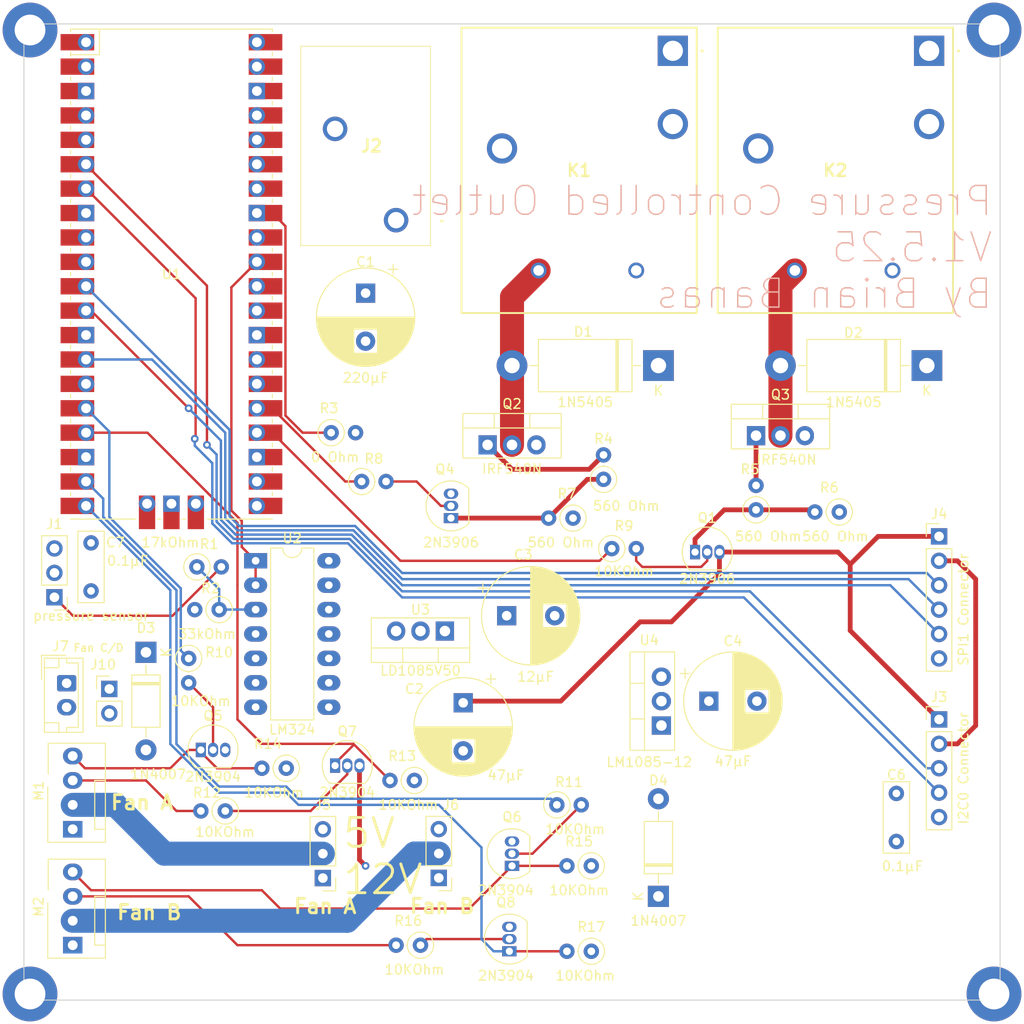
<source format=kicad_pcb>
(kicad_pcb (version 20221018) (generator pcbnew)
  (title_block (title "Pressure Controlled Power Outlet") (date "2024-07-25") (rev "V1.5.25") (company "Brian Banas"))
  (layers (0 "F.Cu" signal) (1 "In1.Cu" signal) (2 "In2.Cu" signal) (31 "B.Cu" signal) (34 "B.Paste" user) (35 "F.Paste" user) (36 "B.SilkS" user "B.Silkscreen") (37 "F.SilkS" user "F.Silkscreen") (38 "B.Mask" user) (39 "F.Mask" user) (44 "Edge.Cuts" user))
  (net 0 "")
  (net 1 "GND")
  (net 4 "+3.3V")
  (net 5 "/I2C0_SDA")
  (net 8 "/I2C0_SCL")
  (net 9 "/SPI1_RX")
  (net 10 "/SPI1_TX")
  (net 12 "/FanB_Tac")
  (net 13 "Net-(M1-PWM)")
  (net 22 "/ADC0")
  (net 24 "Net-(U1-AGND)")
  (net 26 "/SPI1_CSn")
  (net 31 "+5V")
  (net 32 "/Water Pressure 5V")
  (net 33 "Net-(U2A-+)")
  (net 34 "+24V")
  (net 35 "Net-(D1-A)")
  (net 36 "Net-(D2-A)")
  (net 37 "Net-(Q1-E)")
  (net 38 "Net-(Q1-B)")
  (net 39 "Net-(Q2-G)")
  (net 40 "Net-(Q3-G)")
  (net 41 "Net-(Q4-E)")
  (net 42 "Net-(Q4-B)")
  (net 43 "/Activate_Live")
  (net 44 "/Activate_Neutral")
  (net 52 "/FanA_Tac")
  (net 53 "Net-(M2-PWM)")
  (net 54 "Net-(Q5-B)")
  (net 55 "Net-(Q6-B)")
  (net 56 "/FanA_PWM")
  (net 57 "/FanB_PWM")
  (net 58 "/FanA_Power")
  (net 59 "/FanB_Power")
  (net 60 "Net-(M1-Tacho)")
  (net 61 "Net-(M2-Tacho)")
  (net 62 "Net-(Q7-B)")
  (net 63 "Net-(Q8-B)")
  (net 64 "+12V")
  (footprint "Package_TO_SOT_THT:TO-92_Inline" (layer "F.Cu") (at 145.14 142.24 90)
    (fp_text reference "Q8")
    (fp_text value "2N3904")
  )
  (footprint "Package_TO_SOT_THT:TO-220-3_Vertical" (layer "F.Cu") (at 138.43 108.91 180)
    (fp_text reference "U3")
    (fp_text value "LD1085V50")
  )
  (footprint "Resistor_THT:R_Axial_DIN0207_L6.3mm_D2.5mm_P2.54mm_Vertical" (layer "F.Cu") (at 112.62 102.235)
    (fp_text reference "R1")
    (fp_text value "17kOhm")
  )
  (footprint "Connector_PinHeader_2.54mm:PinHeader_1x03_P2.54mm_Vertical" (layer "F.Cu") (at 125.73 134.62 180)
    (fp_text reference "J5")
    (fp_text value "FanA 5V/12V" hide)
  )
  (footprint "Resistor_THT:R_Axial_DIN0207_L6.3mm_D2.5mm_P2.54mm_Vertical" (layer "F.Cu") (at 126.59 88.265)
    (fp_text reference "R3")
    (fp_text value "0 Ohm")
  )
  (footprint "Connector:FanPinHeader_1x04_P2.54mm_Vertical" (layer "F.Cu") (at 99.695 129.54 90)
    (fp_text reference "M1")
    (fp_text value "Fan_4pin")
  )
  (footprint "Resistor_THT:R_Axial_DIN0207_L6.3mm_D2.5mm_P2.54mm_Vertical" (layer "F.Cu") (at 150.085 127)
    (fp_text reference "R11")
    (fp_text value "10KOhm")
  )
  (footprint "Package_DIP:DIP-14_W7.62mm_LongPads" (layer "F.Cu") (at 118.73 101.595)
    (fp_text reference "U2")
    (fp_text value "LM324")
  )
  (footprint "Resistor_THT:R_Axial_DIN0207_L6.3mm_D2.5mm_P2.54mm_Vertical" (layer "F.Cu") (at 151.765 97.155 180)
    (fp_text reference "R7")
    (fp_text value "560 Ohm")
  )
  (footprint "Diode_THT:D_DO-41_SOD81_P10.16mm_Horizontal" (layer "F.Cu") (at 160.655 136.525 90)
    (fp_text reference "D4")
    (fp_text value "1N4007")
  )
  (footprint "Connector_PinHeader_2.54mm:PinHeader_1x06_P2.54mm_Vertical" (layer "F.Cu") (at 189.865 99.06)
    (fp_text reference "J4")
    (fp_text value "SPI1 Connector")
  )
  (footprint "Capacitor_THT:C_Rect_L7.2mm_W2.5mm_P5.00mm_FKS2_FKP2_MKS2_MKP2" (layer "F.Cu") (at 101.6 104.735 90)
    (fp_text reference "C7")
    (fp_text value "0.1µF")
  )
  (footprint "Resistor_THT:R_Axial_DIN0207_L6.3mm_D2.5mm_P2.54mm_Vertical" (layer "F.Cu") (at 129.765 93.345)
    (fp_text reference "R8")
    (fp_text value "10KOhm")
  )
  (footprint "Package_TO_SOT_THT:TO-220-3_Vertical" (layer "F.Cu") (at 160.965 118.745 90)
    (fp_text reference "U4")
    (fp_text value "LM1085-12")
  )
  (footprint "MountingHole:MountingHole_3.2mm_M3_ISO7380_Pad" (layer "F.Cu") (at 95.25 46.355)
    (fp_text reference "H1" hide)
    (fp_text value "MountingHole_Pad" hide)
  )
  (footprint "Capacitor_THT:C_Rect_L7.2mm_W2.5mm_P5.00mm_FKS2_FKP2_MKS2_MKP2" (layer "F.Cu") (at 185.42 125.81 -90)
    (fp_text reference "C6")
    (fp_text value "0.1µF")
  )
  (footprint "MCU_RaspberryPi_and_Boards:RPi_Pico_SMD_TH" (layer "F.Cu") (at 109.97 71.755)
    (fp_text reference "U1")
    (fp_text value "Pico")
  )
  (footprint "Package_TO_SOT_THT:TO-92_Inline" (layer "F.Cu") (at 139.065 97.155 90)
    (fp_text reference "Q4")
    (fp_text value "2N3906")
  )
  (footprint "Resistor_THT:R_Axial_DIN0207_L6.3mm_D2.5mm_P2.54mm_Vertical" (layer "F.Cu") (at 111.76 111.76 -90)
    (fp_text reference "R10")
    (fp_text value "10KOhm")
  )
  (footprint "Package_TO_SOT_THT:TO-92_Inline" (layer "F.Cu") (at 113.03 121.285)
    (fp_text reference "Q5")
    (fp_text value "2N3904")
  )
  (footprint "Connector_PinHeader_2.54mm:PinHeader_1x05_P2.54mm_Vertical" (layer "F.Cu") (at 189.865 118.11)
    (fp_text reference "J3")
    (fp_text value "I2C0 Connector")
  )
  (footprint "Connector_JST:JST_EH_B2B-EH-A_1x02_P2.50mm_Vertical" (layer "F.Cu") (at 99.06 114.34 -90)
    (fp_text reference "J7")
    (fp_text value "Conn_01x02_Pin" hide)
  )
  (footprint "Connector_PinHeader_2.54mm:PinHeader_1x03_P2.54mm_Vertical" (layer "F.Cu") (at 97.79 105.395 180)
    (fp_text reference "J1")
    (fp_text value "pressure sensor")
  )
  (footprint "Package_TO_SOT_THT:TO-220-3_Vertical" (layer "F.Cu") (at 142.875 89.535)
    (fp_text reference "Q2")
    (fp_text value "IRF540N")
  )
  (footprint "Capacitor_THT:CP_Radial_D10.0mm_P5.00mm" (layer "F.Cu") (at 144.86 107.315)
    (fp_text reference "C3")
    (fp_text value "12µF")
  )
  (footprint "Resistor_THT:R_Axial_DIN0207_L6.3mm_D2.5mm_P2.54mm_Vertical" (layer "F.Cu") (at 135.255 124.46 180)
    (fp_text reference "R13")
    (fp_text value "10KOhm")
  )
  (footprint "MountingHole:MountingHole_3.2mm_M3_ISO7380_Pad" (layer "F.Cu") (at 195.58 46.355)
    (fp_text reference "H2" hide)
    (fp_text value "MountingHole_Pad" hide)
  )
  (footprint "MountingHole:MountingHole_3.2mm_M3_ISO7380_Pad" (layer "F.Cu") (at 95.25 146.685)
    (fp_text reference "H3" hide)
    (fp_text value "MountingHole_Pad" hide)
  )
  (footprint "Resistor_THT:R_Axial_DIN0207_L6.3mm_D2.5mm_P2.54mm_Vertical" (layer "F.Cu") (at 155.8 100.33)
    (fp_text reference "R9")
    (fp_text value "10KOhm")
  )
  (footprint "Resistor_THT:R_Axial_DIN0207_L6.3mm_D2.5mm_P2.54mm_Vertical" (layer "F.Cu") (at 154.94 93.12 90)
    (fp_text reference "R4")
    (fp_text value "560 Ohm")
  )
  (footprint "Extra:T9GV5L2424" (layer "F.Cu") (at 162.155 48.52 180)
    (fp_text reference "K1")
    (fp_text value "T9GV5L24-24" hide)
  )
  (footprint "Connector:FanPinHeader_1x04_P2.54mm_Vertical" (layer "F.Cu") (at 99.695 141.605 90)
    (fp_text reference "M2")
    (fp_text value "Fan_4pin")
  )
  (footprint "Diode_THT:D_DO-201AD_P15.24mm_Horizontal" (layer "F.Cu") (at 188.595 81.28 180)
    (fp_text reference "D2")
    (fp_text value "1N5405")
  )
  (footprint "Resistor_THT:R_Axial_DIN0207_L6.3mm_D2.5mm_P2.54mm_Vertical" (layer "F.Cu") (at 135.89 141.605 180)
    (fp_text reference "R16")
    (fp_text value "10KOhm")
  )
  (footprint "Extra:T9GV5L2424" (layer "F.Cu") (at 188.825 48.52 180)
    (fp_text reference "K2")
    (fp_text value "T9GV5L24-24" hide)
  )
  (footprint "Resistor_THT:R_Axial_DIN0207_L6.3mm_D2.5mm_P2.54mm_Vertical" (layer "F.Cu") (at 170.815 96.295 90)
    (fp_text reference "R5")
    (fp_text value "560 Ohm")
  )
  (footprint "Resistor_THT:R_Axial_DIN0207_L6.3mm_D2.5mm_P2.54mm_Vertical" (layer "F.Cu") (at 153.67 133.35 180)
    (fp_text reference "R15")
    (fp_text value "10KOhm")
  )
  (footprint "Package_TO_SOT_THT:TO-92_Inline" (layer "F.Cu") (at 145.415 133.35 90)
    (fp_text reference "Q6")
    (fp_text value "2N3904")
  )
  (footprint "Connector_PinHeader_2.54mm:PinHeader_1x02_P2.54mm_Vertical" (layer "F.Cu") (at 103.505 114.935)
    (fp_text reference "J10")
    (fp_text value "Conn_01x02_Pin" hide)
  )
  (footprint "Diode_THT:D_DO-41_SOD81_P10.16mm_Horizontal" (layer "F.Cu") (at 107.315 111.125 -90)
    (fp_text reference "D3")
    (fp_text value "1N4007")
  )
  (footprint "Capacitor_THT:CP_Radial_D10.0mm_P5.00mm" (layer "F.Cu") (at 165.907323 116.205)
    (fp_text reference "C4")
    (fp_text value "47µF")
  )
  (footprint "Resistor_THT:R_Axial_DIN0207_L6.3mm_D2.5mm_P2.54mm_Vertical" (layer "F.Cu") (at 121.92 123.19 180)
    (fp_text reference "R14")
    (fp_text value "10KOhm")
  )
  (footprint "Resistor_THT:R_Axial_DIN0207_L6.3mm_D2.5mm_P2.54mm_Vertical" (layer "F.Cu") (at 114.935 106.68 180)
    (fp_text reference "R2")
    (fp_text value "33kOhm")
  )
  (footprint "Package_TO_SOT_THT:TO-92_Inline" (layer "F.Cu") (at 127 122.915)
    (fp_text reference "Q7")
    (fp_text value "2N3904")
  )
  (footprint "Diode_THT:D_DO-201AD_P15.24mm_Horizontal" (layer "F.Cu") (at 160.655 81.28 180)
    (fp_text reference "D1")
    (fp_text value "1N5405")
  )
  (footprint "Extra:1017514" (layer "F.Cu") (at 133.35 66.145 180)
    (fp_text reference "J2")
    (fp_text value "1017514" hide)
  )
  (footprint "Connector_PinHeader_2.54mm:PinHeader_1x03_P2.54mm_Vertical" (layer "F.Cu") (at 137.795 134.605 180)
    (fp_text reference "J6")
    (fp_text value "FanB 5V/12V" hide)
  )
  (footprint "Package_TO_SOT_THT:TO-220-3_Vertical" (layer "F.Cu") (at 170.815 88.575)
    (fp_text reference "Q3")
    (fp_text value "IRF540N")
  )
  (footprint "Capacitor_THT:CP_Radial_D10.0mm_P5.00mm" (layer "F.Cu") (at 140.335 116.377323 -90)
    (fp_text reference "C2")
    (fp_text value "47µF")
  )
  (footprint "Capacitor_THT:CP_Radial_D10.0mm_P5.00mm" (layer "F.Cu") (at 130.175 73.74 -90)
    (fp_text reference "C1")
    (fp_text value "220µF")
  )
  (footprint "Package_TO_SOT_THT:TO-92_Inline" (layer "F.Cu") (at 164.465 100.69)
    (fp_text reference "Q1")
    (fp_text value "2N3906")
  )
  (footprint "MountingHole:MountingHole_3.2mm_M3_ISO7380_Pad" (layer "F.Cu") (at 195.58 146.685)
    (fp_text reference "H4" hide)
    (fp_text value "MountingHole_Pad" hide)
  )
  (footprint "Resistor_THT:R_Axial_DIN0207_L6.3mm_D2.5mm_P2.54mm_Vertical" (layer "F.Cu") (at 179.48 96.52 180)
    (fp_text reference "R6")
    (fp_text value "560 Ohm")
  )
  (footprint "Resistor_THT:R_Axial_DIN0207_L6.3mm_D2.5mm_P2.54mm_Vertical" (layer "F.Cu") (at 115.57 127.635 180)
    (fp_text reference "R12")
    (fp_text value "10KOhm")
  )
  (footprint "Resistor_THT:R_Axial_DIN0207_L6.3mm_D2.5mm_P2.54mm_Vertical" (layer "F.Cu") (at 153.67 142.24 180)
    (fp_text reference "R17")
    (fp_text value "10KOhm")
  )
  (gr_rect (start 94.615 45.72) (end 196.215 147.32) (stroke (width 0.1)) (fill none) (layer "Edge.Cuts"))
  (gr_text "Pressure Controlled Outlet\nV1.5.25\nBy Brian Banas" (at 195.58 75.565) (layer "B.SilkS") (effects (font (size 3 3)) (justify left bottom mirror)))
  (gr_text "5V\n12V" (at 127.635 136.525) (layer "F.SilkS") (effects (font (size 3 3) (thickness 0.3) bold) (justify left bottom)))
  (gr_text "Fan B" (at 134.62 138.43) (layer "F.SilkS") (effects (font (size 1.5 1.5) (thickness 0.3) bold) (justify left bottom)))
  (gr_text "Fan A" (at 103.505 127.635) (layer "F.SilkS") (effects (font (size 1.5 1.5) (thickness 0.3) bold) (justify left bottom)))
  (gr_text "Fan B" (at 104.14 139.065) (layer "F.SilkS") (effects (font (size 1.5 1.5) (thickness 0.3) bold) (justify left bottom)))
  (gr_text "Fan A" (at 122.555 138.43) (layer "F.SilkS") (effects (font (size 1.5 1.5) (thickness 0.3) bold) (justify left bottom)))
  (gr_text "Fan C/D" (at 99.695 111.125) (layer "F.SilkS") (effects (font (size 0.8 0.8)) (justify left bottom)))
  (segment (start 189.865 120.65) (end 191.77 120.65) (width 0.5) (layer "F.Cu") (net 4))
  (segment (start 130.175 133.35) (end 129.54 132.715) (width 0.5) (layer "F.Cu") (net 4))
  (segment (start 129.54 132.715) (end 129.54 122.915) (width 0.5) (layer "F.Cu") (net 4))
  (segment (start 193.675 118.745) (end 193.675 103.505) (width 0.5) (layer "F.Cu") (net 4))
  (segment (start 191.77 120.65) (end 193.675 118.745) (width 0.5) (layer "F.Cu") (net 4))
  (segment (start 191.77 101.6) (end 189.865 101.6) (width 0.5) (layer "F.Cu") (net 4))
  (segment (start 193.675 103.505) (end 191.77 101.6) (width 0.5) (layer "F.Cu") (net 4))
  (via (at 130.175 133.35) (size 0.8) (drill 0.4) (layers "F.Cu" "B.Cu") (net 4))
  (segment (start 101.08 60.3825) (end 113.665 72.9675) (width 0.25) (layer "F.Cu") (net 5))
  (segment (start 113.665 72.9675) (end 113.665 89.535) (width 0.25) (layer "F.Cu") (net 5))
  (segment (start 101.08 60.325) (end 101.08 60.3825) (width 0.25) (layer "F.Cu") (net 5))
  (via (at 113.665 89.535) (size 0.8) (drill 0.4) (layers "F.Cu" "B.Cu") (net 5))
  (segment (start 116.467208 99.325) (end 128.530812 99.325) (width 0.25) (layer "B.Cu") (net 5))
  (segment (start 188.595 123.19) (end 189.865 123.19) (width 0.25) (layer "B.Cu") (net 5))
  (segment (start 133.980812 104.775) (end 170.18 104.775) (width 0.25) (layer "B.Cu") (net 5))
  (segment (start 113.665 89.535) (end 114.67 90.54) (width 0.25) (layer "B.Cu") (net 5))
  (segment (start 170.18 104.775) (end 188.595 123.19) (width 0.25) (layer "B.Cu") (net 5))
  (segment (start 114.67 97.527792) (end 116.467208 99.325) (width 0.25) (layer "B.Cu") (net 5))
  (segment (start 128.530812 99.325) (end 133.980812 104.775) (width 0.25) (layer "B.Cu") (net 5))
  (segment (start 114.67 90.54) (end 114.67 97.527792) (width 0.25) (layer "B.Cu") (net 5))
  (segment (start 112.485 88.81) (end 112.485 74.27) (width 0.25) (layer "F.Cu") (net 8))
  (segment (start 112.485 74.27) (end 101.08 62.865) (width 0.25) (layer "F.Cu") (net 8))
  (segment (start 112.395 88.9) (end 112.485 88.81) (width 0.25) (layer "F.Cu") (net 8))
  (via (at 112.395 88.9) (size 0.8) (drill 0.4) (layers "F.Cu" "B.Cu") (net 8))
  (segment (start 116.280812 99.775) (end 128.344416 99.775) (width 0.25) (layer "B.Cu") (net 8))
  (segment (start 133.979416 105.41) (end 169.545 105.41) (width 0.25) (layer "B.Cu") (net 8))
  (segment (start 112.395 88.9) (end 112.395 89.615) (width 0.25) (layer "B.Cu") (net 8))
  (segment (start 112.395 89.615) (end 114.22 91.44) (width 0.25) (layer "B.Cu") (net 8))
  (segment (start 114.22 97.714188) (end 116.280812 99.775) (width 0.25) (layer "B.Cu") (net 8))
  (segment (start 128.344416 99.775) (end 133.979416 105.41) (width 0.25) (layer "B.Cu") (net 8))
  (segment (start 114.22 91.44) (end 114.22 97.714188) (width 0.25) (layer "B.Cu") (net 8))
  (segment (start 169.545 105.41) (end 189.865 125.73) (width 0.25) (layer "B.Cu") (net 8))
  (segment (start 129.09 97.975) (end 117.026396 97.975) (width 0.25) (layer "B.Cu") (net 9))
  (segment (start 116.02 96.968604) (end 116.02 87.965) (width 0.25) (layer "B.Cu") (net 9))
  (segment (start 188.595 102.87) (end 133.985 102.87) (width 0.25) (layer "B.Cu") (net 9))
  (segment (start 116.02 87.965) (end 101.08 73.025) (width 0.25) (layer "B.Cu") (net 9))
  (segment (start 117.026396 97.975) (end 116.02 96.968604) (width 0.25) (layer "B.Cu") (net 9))
  (segment (start 133.985 102.87) (end 129.09 97.975) (width 0.25) (layer "B.Cu") (net 9))
  (segment (start 189.865 104.14) (end 188.595 102.87) (width 0.25) (layer "B.Cu") (net 9))
  (segment (start 128.903604 98.425) (end 116.84 98.425) (width 0.25) (layer "B.Cu") (net 10))
  (segment (start 189.865 106.68) (end 186.69 103.505) (width 0.25) (layer "B.Cu") (net 10))
  (segment (start 186.69 103.505) (end 133.983604 103.505) (width 0.25) (layer "B.Cu") (net 10))
  (segment (start 115.57 97.155) (end 115.57 88.265) (width 0.25) (layer "B.Cu") (net 10))
  (segment (start 107.95 80.645) (end 101.08 80.645) (width 0.25) (layer "B.Cu") (net 10))
  (segment (start 133.983604 103.505) (end 128.903604 98.425) (width 0.25) (layer "B.Cu") (net 10))
  (segment (start 115.57 88.265) (end 107.95 80.645) (width 0.25) (layer "B.Cu") (net 10))
  (segment (start 116.84 98.425) (end 115.57 97.155) (width 0.25) (layer "B.Cu") (net 10))
  (segment (start 151.13 142.24) (end 145.14 142.24) (width 0.25) (layer "F.Cu") (net 12))
  (segment (start 109.855 120.671396) (end 114.913604 125.73) (width 0.25) (layer "B.Cu") (net 12))
  (segment (start 143.51 142.24) (end 145.14 142.24) (width 0.25) (layer "B.Cu") (net 12))
  (segment (start 109.855 104.66) (end 109.855 120.671396) (width 0.25) (layer "B.Cu") (net 12))
  (segment (start 142.24 131.445) (end 142.24 140.97) (width 0.25) (layer "B.Cu") (net 12))
  (segment (start 123.19 127) (end 137.795 127) (width 0.25) (layer "B.Cu") (net 12))
  (segment (start 142.24 140.97) (end 143.51 142.24) (width 0.25) (layer "B.Cu") (net 12))
  (segment (start 121.92 125.73) (end 123.19 127) (width 0.25) (layer "B.Cu") (net 12))
  (segment (start 114.913604 125.73) (end 121.92 125.73) (width 0.25) (layer "B.Cu") (net 12))
  (segment (start 101.08 95.885) (end 109.855 104.66) (width 0.25) (layer "B.Cu") (net 12))
  (segment (start 137.795 127) (end 142.24 131.445) (width 0.25) (layer "B.Cu") (net 12))
  (segment (start 111.76 121.285) (end 109.855 123.19) (width 0.25) (layer "F.Cu") (net 13))
  (segment (start 119.38 123.19) (end 114.71 123.19) (width 0.25) (layer "F.Cu") (net 13))
  (segment (start 114.71 123.19) (end 113.03 121.51) (width 0.25) (layer "F.Cu") (net 13))
  (segment (start 100.965 123.19) (end 99.695 121.92) (width 0.25) (layer "F.Cu") (net 13))
  (segment (start 113.03 121.51) (end 113.03 121.285) (width 0.25) (layer "F.Cu") (net 13))
  (segment (start 109.855 123.19) (end 100.965 123.19) (width 0.25) (layer "F.Cu") (net 13))
  (segment (start 113.03 121.285) (end 111.76 121.285) (width 0.25) (layer "F.Cu") (net 13))
  (segment (start 118.73 101.595) (end 117.29 100.155) (width 0.25) (layer "F.Cu") (net 22))
  (segment (start 116.205 73.14) (end 118.86 70.485) (width 0.25) (layer "F.Cu") (net 22))
  (segment (start 117.29 97.448604) (end 116.205 96.363604) (width 0.25) (layer "F.Cu") (net 22))
  (segment (start 117.29 100.155) (end 117.29 97.448604) (width 0.25) (layer "F.Cu") (net 22))
  (segment (start 118.73 101.595) (end 118.73 104.135) (width 0.25) (layer "F.Cu") (net 22))
  (segment (start 116.205 96.363604) (end 116.205 73.14) (width 0.25) (layer "F.Cu") (net 22))
  (segment (start 120.47 65.405) (end 118.86 65.405) (width 0.25) (layer "F.Cu") (net 24))
  (segment (start 121.835 66.77) (end 120.47 65.405) (width 0.25) (layer "F.Cu") (net 24))
  (segment (start 126.59 88.265) (end 123.621396 88.265) (width 0.25) (layer "F.Cu") (net 24))
  (segment (start 123.621396 88.265) (end 121.835 86.478604) (width 0.25) (layer "F.Cu") (net 24))
  (segment (start 121.835 86.478604) (end 121.835 66.77) (width 0.25) (layer "F.Cu") (net 24))
  (segment (start 101.6 75.565) (end 101.08 75.565) (width 0.25) (layer "F.Cu") (net 26))
  (segment (start 111.76 85.725) (end 101.6 75.565) (width 0.25) (layer "F.Cu") (net 26))
  (via (at 111.76 85.725) (size 0.8) (drill 0.4) (layers "F.Cu" "B.Cu") (net 26))
  (segment (start 111.76 85.725) (end 115.12 89.085) (width 0.25) (layer "B.Cu") (net 26))
  (segment (start 128.717208 98.875) (end 133.982208 104.14) (width 0.25) (layer "B.Cu") (net 26))
  (segment (start 115.12 97.341396) (end 116.653604 98.875) (width 0.25) (layer "B.Cu") (net 26))
  (segment (start 116.653604 98.875) (end 128.717208 98.875) (width 0.25) (layer "B.Cu") (net 26))
  (segment (start 115.12 89.085) (end 115.12 97.341396) (width 0.25) (layer "B.Cu") (net 26))
  (segment (start 133.982208 104.14) (end 184.785 104.14) (width 0.25) (layer "B.Cu") (net 26))
  (segment (start 184.785 104.14) (end 189.865 109.22) (width 0.25) (layer "B.Cu") (net 26))
  (segment (start 180.615 101.96) (end 180.615 108.86) (width 0.5) (layer "F.Cu") (net 31))
  (segment (start 158.75 107.95) (end 162.015 107.95) (width 0.5) (layer "F.Cu") (net 31))
  (segment (start 180.615 101.96) (end 183.515 99.06) (width 0.5) (layer "F.Cu") (net 31))
  (segment (start 167.005 102.96) (end 167.005 100.69) (width 0.5) (layer "F.Cu") (net 31))
  (segment (start 179.345 100.69) (end 180.615 101.96) (width 0.5) (layer "F.Cu") (net 31))
  (segment (start 150.495 116.205) (end 158.75 107.95) (width 0.5) (layer "F.Cu") (net 31))
  (segment (start 140.507323 116.205) (end 150.495 116.205) (width 0.5) (layer "F.Cu") (net 31))
  (segment (start 167.005 100.69) (end 179.345 100.69) (width 0.5) (layer "F.Cu") (net 31))
  (segment (start 180.615 108.86) (end 189.865 118.11) (width 0.5) (layer "F.Cu") (net 31))
  (segment (start 162.015 107.95) (end 167.005 102.96) (width 0.5) (layer "F.Cu") (net 31))
  (segment (start 183.515 99.06) (end 189.865 99.06) (width 0.5) (layer "F.Cu") (net 31))
  (segment (start 140.335 116.377323) (end 140.507323 116.205) (width 0.5) (layer "F.Cu") (net 31))
  (segment (start 97.79 105.395) (end 99.71 107.315) (width 0.25) (layer "F.Cu") (net 32))
  (segment (start 110.08 107.315) (end 115.16 102.235) (width 0.25) (layer "F.Cu") (net 32))
  (segment (start 99.71 107.315) (end 110.08 107.315) (width 0.25) (layer "F.Cu") (net 32))
  (segment (start 114.935 106.68) (end 114.94 106.675) (width 0.25) (layer "F.Cu") (net 33))
  (segment (start 114.935 106.68) (end 114.935 104.55) (width 0.25) (layer "B.Cu") (net 33))
  (segment (start 114.94 106.675) (end 118.73 106.675) (width 0.25) (layer "B.Cu") (net 33))
  (segment (start 114.935 104.55) (end 112.62 102.235) (width 0.25) (layer "B.Cu") (net 33))
  (segment (start 145.415 74.15) (end 148.185 71.38) (width 2.5) (layer "F.Cu") (net 35))
  (segment (start 145.415 89.535) (end 145.415 74.15) (width 2.5) (layer "F.Cu") (net 35))
  (segment (start 174.855 71.38) (end 173.355 72.88) (width 2.5) (layer "F.Cu") (net 36))
  (segment (start 173.355 72.88) (end 173.355 88.575) (width 2.5) (layer "F.Cu") (net 36))
  (segment (start 164.465 99.334315) (end 164.465 100.69) (width 0.5) (layer "F.Cu") (net 37))
  (segment (start 170.815 96.295) (end 167.504315 96.295) (width 0.5) (layer "F.Cu") (net 37))
  (segment (start 170.815 96.295) (end 176.715 96.295) (width 0.5) (layer "F.Cu") (net 37))
  (segment (start 167.504315 96.295) (end 164.465 99.334315) (width 0.5) (layer "F.Cu") (net 37))
  (segment (start 176.715 96.295) (end 176.94 96.52) (width 0.5) (layer "F.Cu") (net 37))
  (segment (start 165.735 101.6) (end 165.735 100.69) (width 0.25) (layer "F.Cu") (net 38))
  (segment (start 158.34 101.6) (end 158.975 102.235) (width 0.25) (layer "F.Cu") (net 38))
  (segment (start 158.975 102.235) (end 165.1 102.235) (width 0.25) (layer "F.Cu") (net 38))
  (segment (start 158.34 100.33) (end 158.34 101.6) (width 0.25) (layer "F.Cu") (net 38))
  (segment (start 165.1 102.235) (end 165.735 101.6) (width 0.25) (layer "F.Cu") (net 38))
  (segment (start 145.415 92.075) (end 142.875 89.535) (width 0.5) (layer "F.Cu") (net 39))
  (segment (start 153.445 92.075) (end 145.415 92.075) (width 0.5) (layer "F.Cu") (net 39))
  (segment (start 154.94 90.58) (end 153.445 92.075) (width 0.5) (layer "F.Cu") (net 39))
  (segment (start 170.815 87.94) (end 170.815 93.755) (width 0.5) (layer "F.Cu") (net 40))
  (segment (start 149.225 97.155) (end 153.26 93.12) (width 0.5) (layer "F.Cu") (net 41))
  (segment (start 153.26 93.12) (end 154.94 93.12) (width 0.5) (layer "F.Cu") (net 41))
  (segment (start 149.225 97.155) (end 139.065 97.155) (width 0.5) (layer "F.Cu") (net 41))
  (segment (start 132.305 93.345) (end 135.48 93.345) (width 0.25) (layer "F.Cu") (net 42))
  (segment (start 135.48 93.345) (end 138.02 95.885) (width 0.25) (layer "F.Cu") (net 42))
  (segment (start 138.02 95.885) (end 139.065 95.885) (width 0.25) (layer "F.Cu") (net 42))
  (segment (start 129.765 93.345) (end 128.065 93.345) (width 0.25) (layer "F.Cu") (net 43))
  (segment (start 128.065 93.345) (end 120.445 85.725) (width 0.25) (layer "F.Cu") (net 43))
  (segment (start 120.445 85.725) (end 118.86 85.725) (width 0.25) (layer "F.Cu") (net 43))
  (segment (start 120.47 88.265) (end 118.86 88.265) (width 0.25) (layer "F.Cu") (net 44))
  (segment (start 154.53 101.6) (end 133.805 101.6) (width 0.25) (layer "F.Cu") (net 44))
  (segment (start 155.8 100.33) (end 154.53 101.6) (width 0.25) (layer "F.Cu") (net 44))
  (segment (start 133.805 101.6) (end 120.47 88.265) (width 0.25) (layer "F.Cu") (net 44))
  (segment (start 127 122.69) (end 128.905 120.785) (width 0.25) (layer "F.Cu") (net 52))
  (segment (start 128.905 120.785) (end 128.905 120.65) (width 0.25) (layer "F.Cu") (net 52))
  (segment (start 132.715 124.46) (end 128.905 120.65) (width 0.25) (layer "F.Cu") (net 52))
  (segment (start 128.905 120.65) (end 119.38 120.65) (width 0.25) (layer "F.Cu") (net 52))
  (segment (start 116.84 97.635) (end 107.47 88.265) (width 0.25) (layer "F.Cu") (net 52))
  (segment (start 116.84 118.11) (end 116.84 104.14) (width 0.25) (layer "F.Cu") (net 52))
  (segment (start 119.38 120.65) (end 116.84 118.11) (width 0.25) (layer "F.Cu") (net 52))
  (segment (start 116.84 104.14) (end 116.84 97.635) (width 0.25) (layer "F.Cu") (net 52))
  (segment (start 127 122.915) (end 127 122.69) (width 0.25) (layer "F.Cu") (net 52))
  (segment (start 107.47 88.265) (end 101.08 88.265) (width 0.25) (layer "F.Cu") (net 52))
  (segment (start 151.13 133.35) (end 145.415 133.35) (width 0.25) (layer "F.Cu") (net 53))
  (segment (start 119.38 135.89) (end 101.6 135.89) (width 0.25) (layer "F.Cu") (net 53))
  (segment (start 140.97 137.795) (end 121.285 137.795) (width 0.25) (layer "F.Cu") (net 53))
  (segment (start 145.415 133.35) (end 140.97 137.795) (width 0.25) (layer "F.Cu") (net 53))
  (segment (start 121.285 137.795) (end 119.38 135.89) (width 0.25) (layer "F.Cu") (net 53))
  (segment (start 101.6 135.89) (end 99.695 133.985) (width 0.25) (layer "F.Cu") (net 53))
  (segment (start 111.76 114.3) (end 114.3 116.84) (width 0.25) (layer "F.Cu") (net 54))
  (segment (start 114.3 116.84) (end 114.3 121.285) (width 0.25) (layer "F.Cu") (net 54))
  (segment (start 152.625 127) (end 147.545 132.08) (width 0.25) (layer "F.Cu") (net 55))
  (segment (start 147.545 132.08) (end 145.415 132.08) (width 0.25) (layer "F.Cu") (net 55))
  (segment (start 110.94 110.94) (end 111.76 111.76) (width 0.25) (layer "B.Cu") (net 56))
  (segment (start 110.94 104.472208) (end 110.94 110.94) (width 0.25) (layer "B.Cu") (net 56))
  (segment (start 101.08 85.725) (end 103.505 88.15) (width 0.25) (layer "B.Cu") (net 56))
  (segment (start 103.505 97.037208) (end 110.94 104.472208) (width 0.25) (layer "B.Cu") (net 56))
  (segment (start 103.505 88.15) (end 103.505 97.037208) (width 0.25) (layer "B.Cu") (net 56))
  (segment (start 102.87 97.038604) (end 102.87 95.135) (width 0.25) (layer "B.Cu") (net 57))
  (segment (start 102.87 95.135) (end 101.08 93.345) (width 0.25) (layer "B.Cu") (net 57))
  (segment (start 149.45 126.365) (end 123.19 126.365) (width 0.25) (layer "B.Cu") (net 57))
  (segment (start 123.19 126.365) (end 121.92 125.095) (width 0.25) (layer "B.Cu") (net 57))
  (segment (start 110.49 104.658604) (end 102.87 97.038604) (width 0.25) (layer "B.Cu") (net 57))
  (segment (start 114.915 125.095) (end 110.49 120.67) (width 0.25) (layer "B.Cu") (net 57))
  (segment (start 121.92 125.095) (end 114.915 125.095) (width 0.25) (layer "B.Cu") (net 57))
  (segment (start 110.49 120.67) (end 110.49 104.658604) (width 0.25) (layer "B.Cu") (net 57))
  (segment (start 150.085 127) (end 149.45 126.365) (width 0.25) (layer "B.Cu") (net 57))
  (segment (start 109.22 132.08) (end 104.14 127) (width 2.5) (layer "B.Cu") (net 58))
  (segment (start 125.73 132.08) (end 109.22 132.08) (width 2.5) (layer "B.Cu") (net 58))
  (segment (start 104.14 127) (end 99.695 127) (width 2.5) (layer "B.Cu") (net 58))
  (segment (start 128.27 139.065) (end 99.695 139.065) (width 2.5) (layer "B.Cu") (net 59))
  (segment (start 137.795 132.065) (end 135.27 132.065) (width 2.5) (layer "B.Cu") (net 59))
  (segment (start 135.27 132.065) (end 128.27 139.065) (width 2.5) (layer "B.Cu") (net 59))
  (segment (start 113.03 127.635) (end 110.49 127.635) (width 0.25) (layer "F.Cu") (net 60))
  (segment (start 110.49 127.635) (end 107.315 124.46) (width 0.25) (layer "F.Cu") (net 60))
  (segment (start 107.315 124.46) (end 99.695 124.46) (width 0.25) (layer "F.Cu") (net 60))
  (segment (start 111.76 136.525) (end 99.695 136.525) (width 0.25) (layer "F.Cu") (net 61))
  (segment (start 133.35 141.605) (end 116.84 141.605) (width 0.25) (layer "F.Cu") (net 61))
  (segment (start 116.84 141.605) (end 111.76 136.525) (width 0.25) (layer "F.Cu") (net 61))
  (segment (start 115.57 127.635) (end 124.46 127.635) (width 0.25) (layer "F.Cu") (net 62))
  (segment (start 128.27 123.825) (end 128.27 122.915) (width 0.25) (layer "F.Cu") (net 62))
  (segment (start 124.46 127.635) (end 128.27 123.825) (width 0.25) (layer "F.Cu") (net 62))
  (segment (start 145.14 140.97) (end 136.525 140.97) (width 0.25) (layer "F.Cu") (net 63))
  (segment (start 136.525 140.97) (end 135.89 141.605) (width 0.25) (layer "F.Cu") (net 63))
)
</source>
